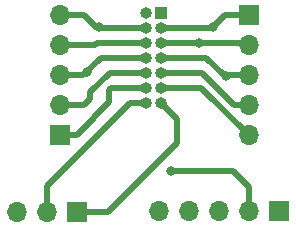
<source format=gbr>
%TF.GenerationSoftware,KiCad,Pcbnew,7.0.8-7.0.8~ubuntu22.04.1*%
%TF.CreationDate,2023-10-13T21:40:15+02:00*%
%TF.ProjectId,st_adap,73745f61-6461-4702-9e6b-696361645f70,rev?*%
%TF.SameCoordinates,Original*%
%TF.FileFunction,Copper,L1,Top*%
%TF.FilePolarity,Positive*%
%FSLAX46Y46*%
G04 Gerber Fmt 4.6, Leading zero omitted, Abs format (unit mm)*
G04 Created by KiCad (PCBNEW 7.0.8-7.0.8~ubuntu22.04.1) date 2023-10-13 21:40:15*
%MOMM*%
%LPD*%
G01*
G04 APERTURE LIST*
%TA.AperFunction,ComponentPad*%
%ADD10R,1.000000X1.000000*%
%TD*%
%TA.AperFunction,ComponentPad*%
%ADD11O,1.000000X1.000000*%
%TD*%
%TA.AperFunction,ComponentPad*%
%ADD12R,1.700000X1.700000*%
%TD*%
%TA.AperFunction,ComponentPad*%
%ADD13O,1.700000X1.700000*%
%TD*%
%TA.AperFunction,ViaPad*%
%ADD14C,0.800000*%
%TD*%
%TA.AperFunction,Conductor*%
%ADD15C,0.500000*%
%TD*%
G04 APERTURE END LIST*
D10*
%TO.P,J1,1,Pin_1*%
%TO.N,unconnected-(J1-Pin_1-Pad1)*%
X208565000Y-97790000D03*
D11*
%TO.P,J1,2,Pin_2*%
%TO.N,unconnected-(J1-Pin_2-Pad2)*%
X207295000Y-97790000D03*
%TO.P,J1,3,Pin_3*%
%TO.N,/T_JTMS{slash}T_SWDIO*%
X208565000Y-99060000D03*
%TO.P,J1,4,Pin_4*%
%TO.N,/T_VCC*%
X207295000Y-99060000D03*
%TO.P,J1,5,Pin_5*%
%TO.N,/T_JCLK{slash}T_SWCLK*%
X208565000Y-100330000D03*
%TO.P,J1,6,Pin_6*%
%TO.N,/GND1*%
X207295000Y-100330000D03*
%TO.P,J1,7,Pin_7*%
%TO.N,/T_JTDO{slash}T_SWO*%
X208565000Y-101600000D03*
%TO.P,J1,8,Pin_8*%
%TO.N,/GND2*%
X207295000Y-101600000D03*
%TO.P,J1,9,Pin_9*%
%TO.N,/T_JTDI{slash}NC*%
X208565000Y-102870000D03*
%TO.P,J1,10,Pin_10*%
%TO.N,/T_JRCLK*%
X207295000Y-102870000D03*
%TO.P,J1,11,Pin_11*%
%TO.N,/T_NRST*%
X208565000Y-104140000D03*
%TO.P,J1,12,Pin_12*%
%TO.N,/GNDDETECT*%
X207295000Y-104140000D03*
%TO.P,J1,13,Pin_13*%
%TO.N,/T_VCP_TX*%
X208565000Y-105410000D03*
%TO.P,J1,14,Pin_14*%
%TO.N,/T_VCP_RX*%
X207295000Y-105410000D03*
%TD*%
D12*
%TO.P,J5,1,Pin_1*%
%TO.N,/T_VCP_TX*%
X201480000Y-114600000D03*
D13*
%TO.P,J5,2,Pin_2*%
%TO.N,/T_VCP_RX*%
X198940000Y-114600000D03*
%TO.P,J5,3,Pin_3*%
%TO.N,/GND2*%
X196400000Y-114600000D03*
%TD*%
D12*
%TO.P,J2,1,Pin_1*%
%TO.N,/T_JTMS{slash}T_SWDIO*%
X216000000Y-98000000D03*
D13*
%TO.P,J2,2,Pin_2*%
%TO.N,/T_JCLK{slash}T_SWCLK*%
X216000000Y-100540000D03*
%TO.P,J2,3,Pin_3*%
%TO.N,/T_JTDO{slash}T_SWO*%
X216000000Y-103080000D03*
%TO.P,J2,4,Pin_4*%
%TO.N,/T_JTDI{slash}NC*%
X216000000Y-105620000D03*
%TO.P,J2,5,Pin_5*%
%TO.N,/T_NRST*%
X216000000Y-108160000D03*
%TD*%
D12*
%TO.P,J4,1,Pin_1*%
%TO.N,/T_JTDO{slash}T_SWO*%
X218550000Y-114550000D03*
D13*
%TO.P,J4,2,Pin_2*%
%TO.N,/T_VCC*%
X216010000Y-114550000D03*
%TO.P,J4,3,Pin_3*%
%TO.N,/T_JTMS{slash}T_SWDIO*%
X213470000Y-114550000D03*
%TO.P,J4,4,Pin_4*%
%TO.N,/T_JCLK{slash}T_SWCLK*%
X210930000Y-114550000D03*
%TO.P,J4,5,Pin_5*%
%TO.N,/GND2*%
X208390000Y-114550000D03*
%TD*%
D12*
%TO.P,J3,1,Pin_1*%
%TO.N,/GNDDETECT*%
X200000000Y-108160000D03*
D13*
%TO.P,J3,2,Pin_2*%
%TO.N,/T_JRCLK*%
X200000000Y-105620000D03*
%TO.P,J3,3,Pin_3*%
%TO.N,/GND2*%
X200000000Y-103080000D03*
%TO.P,J3,4,Pin_4*%
%TO.N,/GND1*%
X200000000Y-100540000D03*
%TO.P,J3,5,Pin_5*%
%TO.N,/T_VCC*%
X200000000Y-98000000D03*
%TD*%
D14*
%TO.N,/T_VCC*%
X203300000Y-99000000D03*
X209450000Y-111200000D03*
%TO.N,/T_JTMS{slash}T_SWDIO*%
X213000000Y-99000000D03*
%TO.N,/T_JCLK{slash}T_SWCLK*%
X211800000Y-100300000D03*
%TO.N,/T_JTDO{slash}T_SWO*%
X214100000Y-103100000D03*
%TO.N,/GND2*%
X202300000Y-102800000D03*
%TD*%
D15*
%TO.N,/T_VCC*%
X216010000Y-112510000D02*
X214700000Y-111200000D01*
X203160000Y-99060000D02*
X207295000Y-99060000D01*
X216010000Y-114550000D02*
X216010000Y-112510000D01*
X202100000Y-98000000D02*
X203160000Y-99060000D01*
X200000000Y-98000000D02*
X202100000Y-98000000D01*
X214700000Y-111200000D02*
X209450000Y-111200000D01*
%TO.N,/T_JTMS{slash}T_SWDIO*%
X216000000Y-98000000D02*
X214000000Y-98000000D01*
X212940000Y-99060000D02*
X208565000Y-99060000D01*
X214000000Y-98000000D02*
X212940000Y-99060000D01*
%TO.N,/T_JCLK{slash}T_SWCLK*%
X216000000Y-100540000D02*
X215790000Y-100330000D01*
X215790000Y-100330000D02*
X208565000Y-100330000D01*
%TO.N,/T_JTDO{slash}T_SWO*%
X216000000Y-103080000D02*
X213880000Y-103080000D01*
X213880000Y-103080000D02*
X212400000Y-101600000D01*
X212400000Y-101600000D02*
X208565000Y-101600000D01*
%TO.N,/T_JRCLK*%
X202600000Y-104500000D02*
X204230000Y-102870000D01*
X204230000Y-102870000D02*
X207295000Y-102870000D01*
X202600000Y-105100000D02*
X202600000Y-104500000D01*
X200000000Y-105620000D02*
X202080000Y-105620000D01*
X202080000Y-105620000D02*
X202600000Y-105100000D01*
%TO.N,/T_JTDI{slash}NC*%
X212030000Y-102870000D02*
X208565000Y-102870000D01*
X214780000Y-105620000D02*
X212030000Y-102870000D01*
X216000000Y-105620000D02*
X214780000Y-105620000D01*
%TO.N,/GNDDETECT*%
X201440000Y-108160000D02*
X202900000Y-106700000D01*
X204360000Y-104140000D02*
X207295000Y-104140000D01*
X202900000Y-106600000D02*
X204200000Y-105300000D01*
X204200000Y-104300000D02*
X204360000Y-104140000D01*
X204200000Y-105300000D02*
X204200000Y-104300000D01*
X200000000Y-108160000D02*
X201440000Y-108160000D01*
X202900000Y-106700000D02*
X202900000Y-106600000D01*
%TO.N,/T_NRST*%
X216000000Y-108160000D02*
X211980000Y-104140000D01*
X211980000Y-104140000D02*
X208565000Y-104140000D01*
%TO.N,/T_VCP_RX*%
X198940000Y-112470000D02*
X206000000Y-105410000D01*
X198940000Y-114600000D02*
X198940000Y-112470000D01*
X206000000Y-105410000D02*
X207295000Y-105410000D01*
%TO.N,/T_VCP_TX*%
X209900000Y-106900000D02*
X209900000Y-106745000D01*
X201480000Y-114600000D02*
X204110000Y-114600000D01*
X209900000Y-108810000D02*
X209900000Y-106900000D01*
X204110000Y-114600000D02*
X209900000Y-108810000D01*
X209900000Y-106745000D02*
X208565000Y-105410000D01*
%TO.N,/GND1*%
X200000000Y-100540000D02*
X202960000Y-100540000D01*
X203170000Y-100330000D02*
X207295000Y-100330000D01*
X202960000Y-100540000D02*
X203170000Y-100330000D01*
%TO.N,/GND2*%
X200000000Y-103080000D02*
X202020000Y-103080000D01*
X203500000Y-101600000D02*
X207295000Y-101600000D01*
X202020000Y-103080000D02*
X203500000Y-101600000D01*
%TD*%
M02*

</source>
